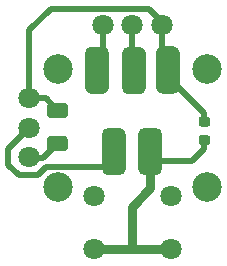
<source format=gtl>
%TF.GenerationSoftware,KiCad,Pcbnew,(5.1.6)-1*%
%TF.CreationDate,2020-06-08T02:26:39-04:00*%
%TF.ProjectId,ANALOG_STICK_BREAKOUT,414e414c-4f47-45f5-9354-49434b5f4252,rev?*%
%TF.SameCoordinates,Original*%
%TF.FileFunction,Copper,L1,Top*%
%TF.FilePolarity,Positive*%
%FSLAX46Y46*%
G04 Gerber Fmt 4.6, Leading zero omitted, Abs format (unit mm)*
G04 Created by KiCad (PCBNEW (5.1.6)-1) date 2020-06-08 02:26:39*
%MOMM*%
%LPD*%
G01*
G04 APERTURE LIST*
%TA.AperFunction,ComponentPad*%
%ADD10C,2.500000*%
%TD*%
%TA.AperFunction,ComponentPad*%
%ADD11C,1.800000*%
%TD*%
%TA.AperFunction,Conductor*%
%ADD12C,0.508000*%
%TD*%
%TA.AperFunction,Conductor*%
%ADD13C,0.762000*%
%TD*%
G04 APERTURE END LIST*
%TO.P,J6,1*%
%TO.N,GND*%
%TA.AperFunction,SMDPad,CuDef*%
G36*
G01*
X106000000Y-81623200D02*
X106000000Y-78623200D01*
G75*
G02*
X106500000Y-78123200I500000J0D01*
G01*
X107500000Y-78123200D01*
G75*
G02*
X108000000Y-78623200I0J-500000D01*
G01*
X108000000Y-81623200D01*
G75*
G02*
X107500000Y-82123200I-500000J0D01*
G01*
X106500000Y-82123200D01*
G75*
G02*
X106000000Y-81623200I0J500000D01*
G01*
G37*
%TD.AperFunction*%
%TD*%
%TO.P,J5,1*%
%TO.N,Net-(J5-Pad1)*%
%TA.AperFunction,SMDPad,CuDef*%
G36*
G01*
X112498600Y-85500000D02*
X112498600Y-88500000D01*
G75*
G02*
X111998600Y-89000000I-500000J0D01*
G01*
X110998600Y-89000000D01*
G75*
G02*
X110498600Y-88500000I0J500000D01*
G01*
X110498600Y-85500000D01*
G75*
G02*
X110998600Y-85000000I500000J0D01*
G01*
X111998600Y-85000000D01*
G75*
G02*
X112498600Y-85500000I0J-500000D01*
G01*
G37*
%TD.AperFunction*%
%TD*%
%TO.P,J4,1*%
%TO.N,Net-(J4-Pad1)*%
%TA.AperFunction,SMDPad,CuDef*%
G36*
G01*
X109425200Y-85500000D02*
X109425200Y-88500000D01*
G75*
G02*
X108925200Y-89000000I-500000J0D01*
G01*
X107925200Y-89000000D01*
G75*
G02*
X107425200Y-88500000I0J500000D01*
G01*
X107425200Y-85500000D01*
G75*
G02*
X107925200Y-85000000I500000J0D01*
G01*
X108925200Y-85000000D01*
G75*
G02*
X109425200Y-85500000I0J-500000D01*
G01*
G37*
%TD.AperFunction*%
%TD*%
%TO.P,J3,1*%
%TO.N,Net-(J3-Pad1)*%
%TA.AperFunction,SMDPad,CuDef*%
G36*
G01*
X109127000Y-81648600D02*
X109127000Y-78648600D01*
G75*
G02*
X109627000Y-78148600I500000J0D01*
G01*
X110627000Y-78148600D01*
G75*
G02*
X111127000Y-78648600I0J-500000D01*
G01*
X111127000Y-81648600D01*
G75*
G02*
X110627000Y-82148600I-500000J0D01*
G01*
X109627000Y-82148600D01*
G75*
G02*
X109127000Y-81648600I0J500000D01*
G01*
G37*
%TD.AperFunction*%
%TD*%
%TO.P,J2,1*%
%TO.N,VCC*%
%TA.AperFunction,SMDPad,CuDef*%
G36*
G01*
X112000000Y-81597800D02*
X112000000Y-78597800D01*
G75*
G02*
X112500000Y-78097800I500000J0D01*
G01*
X113500000Y-78097800D01*
G75*
G02*
X114000000Y-78597800I0J-500000D01*
G01*
X114000000Y-81597800D01*
G75*
G02*
X113500000Y-82097800I-500000J0D01*
G01*
X112500000Y-82097800D01*
G75*
G02*
X112000000Y-81597800I0J500000D01*
G01*
G37*
%TD.AperFunction*%
%TD*%
D10*
%TO.P,JOY1,MNT1*%
%TO.N,N/C*%
X116325000Y-90000000D03*
X103675000Y-80000000D03*
X116325000Y-80000000D03*
X103675000Y-90000000D03*
D11*
%TO.P,JOY1,d*%
%TO.N,Net-(J5-Pad1)*%
X106750000Y-95250000D03*
%TO.P,JOY1,b*%
X113250000Y-95250000D03*
%TO.P,JOY1,a*%
%TO.N,GND*%
X113250000Y-90750000D03*
%TO.P,JOY1,c*%
X106750000Y-90750000D03*
%TO.P,JOY1,5*%
%TO.N,Net-(J3-Pad1)*%
X110000000Y-76270000D03*
%TO.P,JOY1,4*%
%TO.N,GND*%
X107500000Y-76270000D03*
%TO.P,JOY1,6*%
%TO.N,VCC*%
X112500000Y-76270000D03*
%TO.P,JOY1,3*%
X101270000Y-82500000D03*
%TO.P,JOY1,2*%
%TO.N,Net-(J4-Pad1)*%
X101270000Y-85000000D03*
%TO.P,JOY1,1*%
%TO.N,GND*%
X101270000Y-87500000D03*
%TD*%
%TO.P,R1,2*%
%TO.N,Net-(J5-Pad1)*%
%TA.AperFunction,SMDPad,CuDef*%
G36*
G01*
X115839750Y-85604000D02*
X116352250Y-85604000D01*
G75*
G02*
X116571000Y-85822750I0J-218750D01*
G01*
X116571000Y-86260250D01*
G75*
G02*
X116352250Y-86479000I-218750J0D01*
G01*
X115839750Y-86479000D01*
G75*
G02*
X115621000Y-86260250I0J218750D01*
G01*
X115621000Y-85822750D01*
G75*
G02*
X115839750Y-85604000I218750J0D01*
G01*
G37*
%TD.AperFunction*%
%TO.P,R1,1*%
%TO.N,VCC*%
%TA.AperFunction,SMDPad,CuDef*%
G36*
G01*
X115839750Y-84029000D02*
X116352250Y-84029000D01*
G75*
G02*
X116571000Y-84247750I0J-218750D01*
G01*
X116571000Y-84685250D01*
G75*
G02*
X116352250Y-84904000I-218750J0D01*
G01*
X115839750Y-84904000D01*
G75*
G02*
X115621000Y-84685250I0J218750D01*
G01*
X115621000Y-84247750D01*
G75*
G02*
X115839750Y-84029000I218750J0D01*
G01*
G37*
%TD.AperFunction*%
%TD*%
%TO.P,C1,2*%
%TO.N,GND*%
%TA.AperFunction,SMDPad,CuDef*%
G36*
G01*
X103025000Y-85698800D02*
X104275000Y-85698800D01*
G75*
G02*
X104525000Y-85948800I0J-250000D01*
G01*
X104525000Y-86698800D01*
G75*
G02*
X104275000Y-86948800I-250000J0D01*
G01*
X103025000Y-86948800D01*
G75*
G02*
X102775000Y-86698800I0J250000D01*
G01*
X102775000Y-85948800D01*
G75*
G02*
X103025000Y-85698800I250000J0D01*
G01*
G37*
%TD.AperFunction*%
%TO.P,C1,1*%
%TO.N,VCC*%
%TA.AperFunction,SMDPad,CuDef*%
G36*
G01*
X103025000Y-82898800D02*
X104275000Y-82898800D01*
G75*
G02*
X104525000Y-83148800I0J-250000D01*
G01*
X104525000Y-83898800D01*
G75*
G02*
X104275000Y-84148800I-250000J0D01*
G01*
X103025000Y-84148800D01*
G75*
G02*
X102775000Y-83898800I0J250000D01*
G01*
X102775000Y-83148800D01*
G75*
G02*
X103025000Y-82898800I250000J0D01*
G01*
G37*
%TD.AperFunction*%
%TD*%
D12*
%TO.N,GND*%
X107500000Y-76270000D02*
X107500000Y-79500000D01*
X103650000Y-86323800D02*
X103000000Y-86973800D01*
X103000000Y-86973800D02*
X102433800Y-87540000D01*
X102433800Y-87540000D02*
X101364000Y-87540000D01*
%TO.N,VCC*%
X101270000Y-82500000D02*
X101270000Y-76730000D01*
X103084001Y-74915999D02*
X111415999Y-74915999D01*
X101270000Y-76730000D02*
X103084001Y-74915999D01*
X111415999Y-74915999D02*
X112500000Y-76000000D01*
X112540000Y-76540000D02*
X112500000Y-76500000D01*
X112540000Y-79666000D02*
X112540000Y-76540000D01*
X101270000Y-82500000D02*
X102674000Y-82500000D01*
X102674000Y-82500000D02*
X103396000Y-83222000D01*
X116096000Y-84466500D02*
X116096000Y-83730000D01*
X116096000Y-83730000D02*
X113048000Y-80682000D01*
X113048000Y-80682000D02*
X113048000Y-80428000D01*
%TO.N,Net-(J3-Pad1)*%
X110000000Y-76270000D02*
X110000000Y-80174000D01*
X110000000Y-80174000D02*
X110076200Y-80250200D01*
%TO.N,Net-(J4-Pad1)*%
X107704001Y-88295999D02*
X108000000Y-88000000D01*
X102704001Y-88295999D02*
X107704001Y-88295999D01*
X99500000Y-86770000D02*
X99500000Y-88116961D01*
X99500000Y-88116961D02*
X100383039Y-89000000D01*
X101270000Y-85000000D02*
X99500000Y-86770000D01*
X102000000Y-89000000D02*
X102704001Y-88295999D01*
X100383039Y-89000000D02*
X102000000Y-89000000D01*
D13*
%TO.N,Net-(J5-Pad1)*%
X113262800Y-95250000D02*
X113276600Y-95236200D01*
X109923800Y-92137400D02*
X109923800Y-94906000D01*
X106750000Y-95250000D02*
X110267800Y-95250000D01*
X110267800Y-95250000D02*
X113262800Y-95250000D01*
X109923800Y-92137400D02*
X109923800Y-91680200D01*
X109923800Y-91680200D02*
X111524000Y-90080000D01*
X111524000Y-90080000D02*
X111524000Y-87794000D01*
D12*
X116096000Y-86041500D02*
X116096000Y-86778000D01*
X116096000Y-86778000D02*
X115080000Y-87794000D01*
X115080000Y-87794000D02*
X111524000Y-87794000D01*
%TD*%
M02*

</source>
